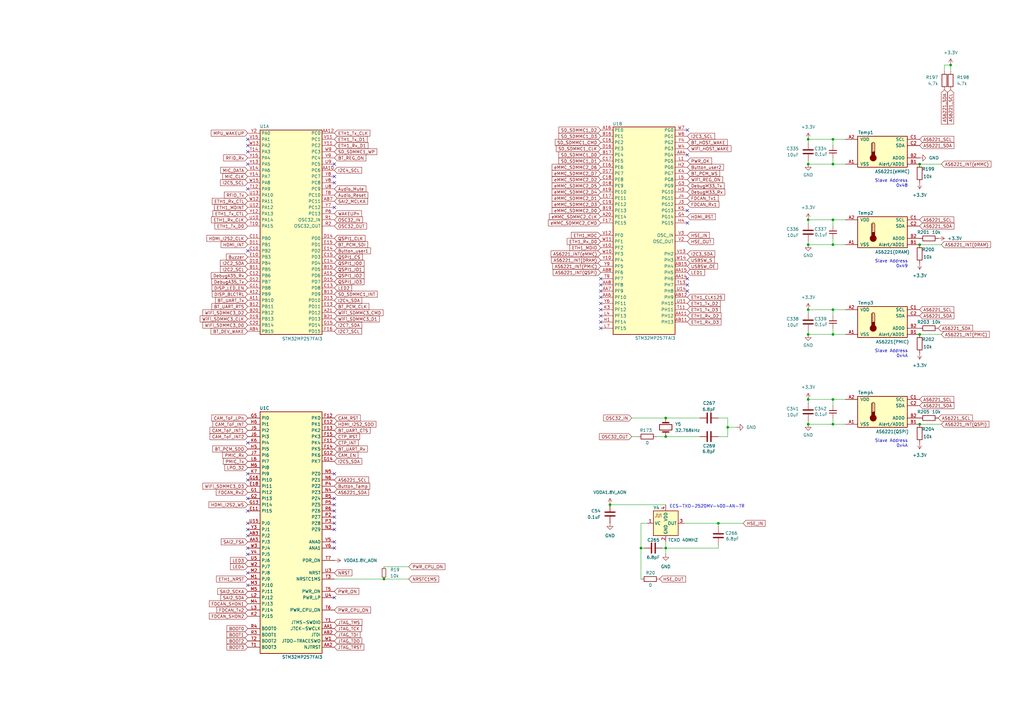
<source format=kicad_sch>
(kicad_sch (version 20250114) (generator "eeschema") (generator_version "9.0")
  (paper "A3")
  (title_block (title "STM32MP257 I/Os") (date "2025-01-21") (rev "1.0") (company "Robotics"))
  (text "Slave Address\n0x48" (at 372.364 76.962 0) (effects (font (size 1.27 1.27)) (justify right bottom)))
  (text "Slave Address\n0x4A" (at 372.364 183.642 0) (effects (font (size 1.27 1.27)) (justify right bottom)))
  (text "Slave Address\n0x49" (at 372.364 109.982 0) (effects (font (size 1.27 1.27)) (justify right bottom)))
  (text "ECS-TXO-2520MV-400-AN-TR" (at 274.574 207.772 0) (effects (font (size 1.27 1.27)) (justify left)))
  (text "Slave Address\n0x4A" (at 372.364 146.812 0) (effects (font (size 1.27 1.27)) (justify right bottom)))
  (junction (at 273.05 224.79))
  (junction (at 331.47 67.31))
  (junction (at 331.47 90.17))
  (junction (at 273.05 179.07))
  (junction (at 331.47 127))
  (junction (at 377.19 137.16))
  (junction (at 389.89 26.67))
  (junction (at 331.47 163.83))
  (junction (at 294.64 214.63))
  (junction (at 262.89 224.79))
  (junction (at 273.05 171.45))
  (junction (at 377.19 67.31))
  (junction (at 157.48 237.49))
  (junction (at 331.47 57.15))
  (junction (at 331.47 100.33))
  (junction (at 331.47 137.16))
  (junction (at 377.19 100.33))
  (junction (at 331.47 173.99))
  (junction (at 377.19 173.99))
  (junction (at 341.63 163.83))
  (junction (at 341.63 137.16))
  (junction (at 341.63 173.99))
  (junction (at 341.63 67.31))
  (junction (at 341.63 57.15))
  (junction (at 341.63 100.33))
  (junction (at 250.19 207.01))
  (junction (at 298.45 175.26))
  (junction (at 341.63 127))
  (junction (at 341.63 90.17))
  (no_connect (at 137.16 207.01))
  (no_connect (at 246.38 124.46))
  (no_connect (at 101.6 209.55))
  (no_connect (at 246.38 127))
  (no_connect (at 137.16 194.31))
  (no_connect (at 101.6 240.03))
  (no_connect (at 246.38 114.3))
  (no_connect (at 137.16 204.47))
  (no_connect (at 137.16 67.31))
  (no_connect (at 246.38 129.54))
  (no_connect (at 101.6 62.23))
  (no_connect (at 101.6 59.69))
  (no_connect (at 281.94 63.5))
  (no_connect (at 101.6 196.85))
  (no_connect (at 281.94 53.34))
  (no_connect (at 137.16 214.63))
  (no_connect (at 101.6 57.15))
  (no_connect (at 101.6 77.47))
  (no_connect (at 101.6 102.87))
  (no_connect (at 137.16 222.25))
  (no_connect (at 137.16 209.55))
  (no_connect (at 281.94 119.38))
  (no_connect (at 137.16 74.93))
  (no_connect (at 137.16 245.11))
  (no_connect (at 246.38 119.38))
  (no_connect (at 101.6 194.31))
  (no_connect (at 101.6 227.33))
  (no_connect (at 137.16 85.09))
  (no_connect (at 101.6 217.17))
  (no_connect (at 137.16 212.09))
  (no_connect (at 101.6 214.63))
  (no_connect (at 281.94 86.36))
  (no_connect (at 246.38 132.08))
  (no_connect (at 101.6 181.61))
  (no_connect (at 101.6 67.31))
  (no_connect (at 246.38 116.84))
  (no_connect (at 137.16 72.39))
  (no_connect (at 246.38 134.62))
  (no_connect (at 101.6 204.47))
  (no_connect (at 281.94 116.84))
  (no_connect (at 246.38 121.92))
  (no_connect (at 101.6 234.95))
  (no_connect (at 137.16 224.79))
  (no_connect (at 281.94 91.44))
  (no_connect (at 101.6 219.71))
  (no_connect (at 137.16 217.17))
  (no_connect (at 281.94 114.3))
  (no_connect (at 101.6 224.79))
  (wire (pts (xy 262.89 224.79) (xy 264.16 224.79)))
  (wire (pts (xy 386.08 173.99) (xy 377.19 173.99)))
  (wire (pts (xy 273.05 171.45) (xy 287.02 171.45)))
  (wire (pts (xy 341.63 173.99) (xy 341.63 171.45)))
  (wire (pts (xy 331.47 163.83) (xy 341.63 163.83)))
  (wire (pts (xy 331.47 99.06) (xy 331.47 100.33)))
  (wire (pts (xy 331.47 67.31) (xy 341.63 67.31)))
  (wire (pts (xy 331.47 57.15) (xy 341.63 57.15)))
  (wire (pts (xy 271.78 224.79) (xy 273.05 224.79)))
  (wire (pts (xy 341.63 137.16) (xy 346.71 137.16)))
  (wire (pts (xy 294.64 215.9) (xy 294.64 214.63)))
  (wire (pts (xy 262.89 214.63) (xy 262.89 224.79)))
  (wire (pts (xy 341.63 137.16) (xy 341.63 134.62)))
  (wire (pts (xy 167.64 232.41) (xy 157.48 232.41)))
  (wire (pts (xy 341.63 90.17) (xy 346.71 90.17)))
  (wire (pts (xy 341.63 166.37) (xy 341.63 163.83)))
  (wire (pts (xy 341.63 127) (xy 346.71 127)))
  (wire (pts (xy 341.63 173.99) (xy 346.71 173.99)))
  (wire (pts (xy 262.89 214.63) (xy 265.43 214.63)))
  (wire (pts (xy 298.45 179.07) (xy 298.45 175.26)))
  (wire (pts (xy 341.63 129.54) (xy 341.63 127)))
  (wire (pts (xy 341.63 67.31) (xy 341.63 64.77)))
  (wire (pts (xy 331.47 137.16) (xy 341.63 137.16)))
  (wire (pts (xy 331.47 165.1) (xy 331.47 163.83)))
  (wire (pts (xy 331.47 172.72) (xy 331.47 173.99)))
  (wire (pts (xy 273.05 227.33) (xy 273.05 224.79)))
  (wire (pts (xy 341.63 100.33) (xy 341.63 97.79)))
  (wire (pts (xy 341.63 67.31) (xy 346.71 67.31)))
  (wire (pts (xy 341.63 92.71) (xy 341.63 90.17)))
  (wire (pts (xy 250.19 207.01) (xy 273.05 207.01)))
  (wire (pts (xy 294.64 179.07) (xy 298.45 179.07)))
  (wire (pts (xy 331.47 66.04) (xy 331.47 67.31)))
  (wire (pts (xy 273.05 224.79) (xy 273.05 222.25)))
  (wire (pts (xy 389.89 26.67) (xy 389.89 29.21)))
  (wire (pts (xy 167.64 237.49) (xy 157.48 237.49)))
  (wire (pts (xy 157.48 237.49) (xy 137.16 237.49)))
  (wire (pts (xy 331.47 135.89) (xy 331.47 137.16)))
  (wire (pts (xy 273.05 179.07) (xy 287.02 179.07)))
  (wire (pts (xy 331.47 90.17) (xy 341.63 90.17)))
  (wire (pts (xy 387.35 29.21) (xy 387.35 26.67)))
  (wire (pts (xy 341.63 59.69) (xy 341.63 57.15)))
  (wire (pts (xy 262.89 224.79) (xy 262.89 237.49)))
  (wire (pts (xy 298.45 175.26) (xy 302.26 175.26)))
  (wire (pts (xy 298.45 171.45) (xy 298.45 175.26)))
  (wire (pts (xy 386.08 67.31) (xy 377.19 67.31)))
  (wire (pts (xy 386.08 137.16) (xy 377.19 137.16)))
  (wire (pts (xy 331.47 100.33) (xy 341.63 100.33)))
  (wire (pts (xy 341.63 57.15) (xy 346.71 57.15)))
  (wire (pts (xy 269.24 179.07) (xy 273.05 179.07)))
  (wire (pts (xy 341.63 100.33) (xy 346.71 100.33)))
  (wire (pts (xy 294.64 171.45) (xy 298.45 171.45)))
  (wire (pts (xy 386.08 100.33) (xy 377.19 100.33)))
  (wire (pts (xy 331.47 127) (xy 341.63 127)))
  (wire (pts (xy 331.47 91.44) (xy 331.47 90.17)))
  (wire (pts (xy 294.64 224.79) (xy 273.05 224.79)))
  (wire (pts (xy 294.64 223.52) (xy 294.64 224.79)))
  (wire (pts (xy 331.47 58.42) (xy 331.47 57.15)))
  (wire (pts (xy 341.63 163.83) (xy 346.71 163.83)))
  (wire (pts (xy 259.08 171.45) (xy 273.05 171.45)))
  (wire (pts (xy 280.67 214.63) (xy 294.64 214.63)))
  (wire (pts (xy 331.47 173.99) (xy 341.63 173.99)))
  (wire (pts (xy 331.47 128.27) (xy 331.47 127)))
  (wire (pts (xy 294.64 214.63) (xy 304.8 214.63)))
  (wire (pts (xy 387.35 26.67) (xy 389.89 26.67)))
  (wire (pts (xy 261.62 179.07) (xy 259.08 179.07)))
  (global_label "LED3" (shape input) (at 101.6 229.87 180) (property "Intersheetrefs" "${INTERSHEET_REFS}" (effects (hide yes))))
  (global_label "HDMI_I2S2_WS" (shape input) (at 101.6 207.01 180) (property "Intersheetrefs" "${INTERSHEET_REFS}" (effects (hide yes))))
  (global_label "WiFi_SDMMC3_CMD" (shape input) (at 137.16 128.27 0) (property "Intersheetrefs" "${INTERSHEET_REFS}" (effects (hide yes))))
  (global_label "I2C4_SCL" (shape input) (at 137.16 69.85 0) (property "Intersheetrefs" "${INTERSHEET_REFS}" (effects (hide yes))))
  (global_label "WiFi_SDMMC3_D0" (shape input) (at 101.6 133.35 180) (property "Intersheetrefs" "${INTERSHEET_REFS}" (effects (hide yes))))
  (global_label "DebugM33_Tx" (shape input) (at 281.94 76.2 0) (property "Intersheetrefs" "${INTERSHEET_REFS}" (effects (hide yes))))
  (global_label "ETH1_Tx_D3" (shape input) (at 281.94 127 0) (property "Intersheetrefs" "${INTERSHEET_REFS}" (effects (hide yes))))
  (global_label "RFID_Tx" (shape input) (at 101.6 80.01 180) (property "Intersheetrefs" "${INTERSHEET_REFS}" (effects (hide yes))))
  (global_label "FDCAN_SHDN1" (shape input) (at 101.6 247.65 180) (property "Intersheetrefs" "${INTERSHEET_REFS}" (effects (hide yes))))
  (global_label "CAM_RST" (shape input) (at 137.16 171.45 0) (property "Intersheetrefs" "${INTERSHEET_REFS}" (effects (hide yes))))
  (global_label "FDCAN_Tx2" (shape input) (at 101.6 250.19 180) (property "Intersheetrefs" "${INTERSHEET_REFS}" (effects (hide yes))))
  (global_label "AS6221_SDA" (shape input) (at 137.16 201.93 0) (property "Intersheetrefs" "${INTERSHEET_REFS}" (effects (hide yes))))
  (global_label "BT_UART_CTS" (shape input) (at 137.16 176.53 0) (property "Intersheetrefs" "${INTERSHEET_REFS}" (effects (hide yes))))
  (global_label "AS6221_INT(PMIC)" (shape input) (at 246.38 109.22 180) (property "Intersheetrefs" "${INTERSHEET_REFS}" (effects (hide yes))))
  (global_label "eMMC_SDMMC2_CLK" (shape input) (at 246.38 88.9 180) (property "Intersheetrefs" "${INTERSHEET_REFS}" (effects (hide yes))))
  (global_label "CTP_INT" (shape input) (at 137.16 181.61 0) (property "Intersheetrefs" "${INTERSHEET_REFS}" (effects (hide yes))))
  (global_label "SD_SDMMC1_CLK" (shape input) (at 246.38 60.96 180) (property "Intersheetrefs" "${INTERSHEET_REFS}" (effects (hide yes))))
  (global_label "OSC32_IN" (shape input) (at 259.08 171.45 180) (property "Intersheetrefs" "${INTERSHEET_REFS}" (effects (hide yes))))
  (global_label "DebugM33_Rx" (shape input) (at 281.94 78.74 0) (property "Intersheetrefs" "${INTERSHEET_REFS}" (effects (hide yes))))
  (global_label "CAM_ToF_INT" (shape input) (at 101.6 173.99 180) (property "Intersheetrefs" "${INTERSHEET_REFS}" (effects (hide yes))))
  (global_label "Audio_Mute" (shape input) (at 137.16 77.47 0) (property "Intersheetrefs" "${INTERSHEET_REFS}" (effects (hide yes))))
  (global_label "LED1" (shape input) (at 281.94 111.76 0) (property "Intersheetrefs" "${INTERSHEET_REFS}" (effects (hide yes))))
  (global_label "I2C3_SDA" (shape input) (at 281.94 104.14 0) (property "Intersheetrefs" "${INTERSHEET_REFS}" (effects (hide yes))))
  (global_label "ETH1_MDIO" (shape input) (at 246.38 101.6 180) (property "Intersheetrefs" "${INTERSHEET_REFS}" (effects (hide yes))))
  (global_label "OSC32_IN" (shape input) (at 137.16 90.17 0) (property "Intersheetrefs" "${INTERSHEET_REFS}" (effects (hide yes))))
  (global_label "AS6221_INT(eMMC)" (shape input) (at 386.08 67.31 0) (property "Intersheetrefs" "${INTERSHEET_REFS}" (effects (hide yes))))
  (global_label "JTAG_TDO" (shape input) (at 137.16 262.89 0) (property "Intersheetrefs" "${INTERSHEET_REFS}" (effects (hide yes))))
  (global_label "DISP_LED_EN" (shape input) (at 101.6 118.11 180) (property "Intersheetrefs" "${INTERSHEET_REFS}" (effects (hide yes))))
  (global_label "DebugA35_Tx" (shape input) (at 101.6 115.57 180) (property "Intersheetrefs" "${INTERSHEET_REFS}" (effects (hide yes))))
  (global_label "LPO_32" (shape input) (at 101.6 191.77 180) (property "Intersheetrefs" "${INTERSHEET_REFS}" (effects (hide yes))))
  (global_label "I2C2_SCL" (shape input) (at 101.6 110.49 180) (property "Intersheetrefs" "${INTERSHEET_REFS}" (effects (hide yes))))
  (global_label "MPU_WAKEUP" (shape input) (at 101.6 54.61 180) (property "Intersheetrefs" "${INTERSHEET_REFS}" (effects (hide yes))))
  (global_label "AS6221_SCL" (shape input) (at 377.19 90.17 0) (property "Intersheetrefs" "${INTERSHEET_REFS}" (effects (hide yes))))
  (global_label "ETH1_Tx_D1" (shape input) (at 137.16 57.15 0) (property "Intersheetrefs" "${INTERSHEET_REFS}" (effects (hide yes))))
  (global_label "SD_SDMMC1_INT" (shape input) (at 137.16 120.65 0) (property "Intersheetrefs" "${INTERSHEET_REFS}" (effects (hide yes))))
  (global_label "QSPI1_IO0" (shape input) (at 137.16 107.95 0) (effects (font (thickness 0.1588))) (property "Intersheetrefs" "${INTERSHEET_REFS}" (effects (hide yes))))
  (global_label "ETH1_Rx_CTL" (shape input) (at 101.6 82.55 180) (property "Intersheetrefs" "${INTERSHEET_REFS}" (effects (hide yes))))
  (global_label "USBSW_S" (shape input) (at 281.94 106.68 0) (property "Intersheetrefs" "${INTERSHEET_REFS}" (effects (hide yes))))
  (global_label "Button_user2" (shape input) (at 281.94 68.58 0) (property "Intersheetrefs" "${INTERSHEET_REFS}" (effects (hide yes))))
  (global_label "SD_SDMMC1_CMD" (shape input) (at 246.38 58.42 180) (property "Intersheetrefs" "${INTERSHEET_REFS}" (effects (hide yes))))
  (global_label "PWR_CPU_ON" (shape input) (at 167.64 232.41 0) (property "Intersheetrefs" "${INTERSHEET_REFS}" (effects (hide yes))))
  (global_label "WiFi_HOST_WAKE" (shape input) (at 281.94 60.96 0) (property "Intersheetrefs" "${INTERSHEET_REFS}" (effects (hide yes))))
  (global_label "AS6221_SDA" (shape input) (at 377.19 166.37 0) (property "Intersheetrefs" "${INTERSHEET_REFS}" (effects (hide yes))))
  (global_label "BT_PCM_SDO" (shape input) (at 101.6 184.15 180) (property "Intersheetrefs" "${INTERSHEET_REFS}" (effects (hide yes))))
  (global_label "CTP_RST" (shape input) (at 137.16 179.07 0) (property "Intersheetrefs" "${INTERSHEET_REFS}" (effects (hide yes))))
  (global_label "WAKEUPn" (shape input) (at 137.16 87.63 0) (property "Intersheetrefs" "${INTERSHEET_REFS}" (effects (hide yes))))
  (global_label "AS6221_INT(QSPI)" (shape input) (at 386.08 173.99 0) (property "Intersheetrefs" "${INTERSHEET_REFS}" (effects (hide yes))))
  (global_label "ETH1_MDINT" (shape input) (at 101.6 85.09 180) (property "Intersheetrefs" "${INTERSHEET_REFS}" (effects (hide yes))))
  (global_label "AS6221_INT(QSPI)" (shape input) (at 246.38 111.76 180) (property "Intersheetrefs" "${INTERSHEET_REFS}" (effects (hide yes))))
  (global_label "eMMC_SDMMC2_D0" (shape input) (at 246.38 86.36 180) (property "Intersheetrefs" "${INTERSHEET_REFS}" (effects (hide yes))))
  (global_label "QSPI1_CLK" (shape input) (at 137.16 97.79 0) (effects (font (thickness 0.1588))) (property "Intersheetrefs" "${INTERSHEET_REFS}" (effects (hide yes))))
  (global_label "AS6221_SDA" (shape input) (at 377.19 92.71 0) (property "Intersheetrefs" "${INTERSHEET_REFS}" (effects (hide yes))))
  (global_label "BT_DEV_WAKE" (shape input) (at 101.6 135.89 180) (property "Intersheetrefs" "${INTERSHEET_REFS}" (effects (hide yes))))
  (global_label "WiFi_SDMMC3_D2" (shape input) (at 101.6 128.27 180) (property "Intersheetrefs" "${INTERSHEET_REFS}" (effects (hide yes))))
  (global_label "I2C5_SDA" (shape input) (at 137.16 189.23 0) (property "Intersheetrefs" "${INTERSHEET_REFS}" (effects (hide yes))))
  (global_label "NRSTC1MS" (shape input) (at 167.64 237.49 0) (property "Intersheetrefs" "${INTERSHEET_REFS}" (effects (hide yes))))
  (global_label "MIC_DATA" (shape input) (at 101.6 69.85 180) (property "Intersheetrefs" "${INTERSHEET_REFS}" (effects (hide yes))))
  (global_label "AS6221_INT(DRAM)" (shape input) (at 246.38 106.68 180) (property "Intersheetrefs" "${INTERSHEET_REFS}" (effects (hide yes))))
  (global_label "BT_UART_Tx" (shape input) (at 101.6 123.19 180) (property "Intersheetrefs" "${INTERSHEET_REFS}" (effects (hide yes))))
  (global_label "BOOT2" (shape input) (at 101.6 262.89 180) (property "Intersheetrefs" "${INTERSHEET_REFS}" (effects (hide yes))))
  (global_label "BOOT1" (shape input) (at 101.6 260.35 180) (property "Intersheetrefs" "${INTERSHEET_REFS}" (effects (hide yes))))
  (global_label "WiFi_REG_ON" (shape input) (at 281.94 73.66 0) (property "Intersheetrefs" "${INTERSHEET_REFS}" (effects (hide yes))))
  (global_label "SAI2_MCLKA" (shape input) (at 137.16 82.55 0) (property "Intersheetrefs" "${INTERSHEET_REFS}" (effects (hide yes))))
  (global_label "SD_SDMMC1_D1" (shape input) (at 246.38 66.04 180) (property "Intersheetrefs" "${INTERSHEET_REFS}" (effects (hide yes))))
  (global_label "WiFi_SDMMC3_CLK" (shape input) (at 101.6 130.81 180) (property "Intersheetrefs" "${INTERSHEET_REFS}" (effects (hide yes))))
  (global_label "I2C4_SDA" (shape input) (at 137.16 123.19 0) (property "Intersheetrefs" "${INTERSHEET_REFS}" (effects (hide yes))))
  (global_label "JTAG_TMS" (shape input) (at 137.16 255.27 0) (property "Intersheetrefs" "${INTERSHEET_REFS}" (effects (hide yes))))
  (global_label "PMIC_Tx" (shape input) (at 101.6 189.23 180) (property "Intersheetrefs" "${INTERSHEET_REFS}" (effects (hide yes))))
  (global_label "USBSW_OE" (shape input) (at 281.94 109.22 0) (property "Intersheetrefs" "${INTERSHEET_REFS}" (effects (hide yes))))
  (global_label "BT_UART_RTS" (shape input) (at 101.6 125.73 180) (property "Intersheetrefs" "${INTERSHEET_REFS}" (effects (hide yes))))
  (global_label "ETH1_Rx_D0" (shape input) (at 246.38 99.06 180) (property "Intersheetrefs" "${INTERSHEET_REFS}" (effects (hide yes))))
  (global_label "ETH1_Tx_D2" (shape input) (at 281.94 124.46 0) (property "Intersheetrefs" "${INTERSHEET_REFS}" (effects (hide yes))))
  (global_label "DebugA35_Rx" (shape input) (at 101.6 113.03 180) (property "Intersheetrefs" "${INTERSHEET_REFS}" (effects (hide yes))))
  (global_label "ETH1_Tx_CTL" (shape input) (at 101.6 87.63 180) (property "Intersheetrefs" "${INTERSHEET_REFS}" (effects (hide yes))))
  (global_label "ETH1_MDC" (shape input) (at 246.38 96.52 180) (property "Intersheetrefs" "${INTERSHEET_REFS}" (effects (hide yes))))
  (global_label "AS6221_SCL" (shape input) (at 384.81 171.45 0) (property "Intersheetrefs" "${INTERSHEET_REFS}" (effects (hide yes))))
  (global_label "NRST" (shape input) (at 137.16 234.95 0) (effects (font (thickness 0.1588))) (property "Intersheetrefs" "${INTERSHEET_REFS}" (effects (hide yes))))
  (global_label "I2C7_SCL" (shape input) (at 137.16 135.89 0) (property "Intersheetrefs" "${INTERSHEET_REFS}" (effects (hide yes))))
  (global_label "Buzzer" (shape input) (at 101.6 105.41 180) (property "Intersheetrefs" "${INTERSHEET_REFS}" (effects (hide yes))))
  (global_label "CAM_ToF_INT2" (shape input) (at 101.6 179.07 180) (property "Intersheetrefs" "${INTERSHEET_REFS}" (effects (hide yes))))
  (global_label "CAM_ToF_LPn" (shape input) (at 101.6 171.45 180) (property "Intersheetrefs" "${INTERSHEET_REFS}" (effects (hide yes))))
  (global_label "AS6221_SDA" (shape input) (at 377.19 59.69 0) (property "Intersheetrefs" "${INTERSHEET_REFS}" (effects (hide yes))))
  (global_label "AS6221_INT(DRAM)" (shape input) (at 386.08 100.33 0) (property "Intersheetrefs" "${INTERSHEET_REFS}" (effects (hide yes))))
  (global_label "AS6221_SDA" (shape input) (at 384.81 134.62 0) (property "Intersheetrefs" "${INTERSHEET_REFS}" (effects (hide yes))))
  (global_label "FDCAN_Rx1" (shape input) (at 281.94 83.82 0) (property "Intersheetrefs" "${INTERSHEET_REFS}" (effects (hide yes))))
  (global_label "JTAG_TCK" (shape input) (at 137.16 257.81 0) (property "Intersheetrefs" "${INTERSHEET_REFS}" (effects (hide yes))))
  (global_label "OSC32_OUT" (shape input) (at 137.16 92.71 0) (property "Intersheetrefs" "${INTERSHEET_REFS}" (effects (hide yes))))
  (global_label "DISP_BLCTRL" (shape input) (at 101.6 120.65 180) (property "Intersheetrefs" "${INTERSHEET_REFS}" (effects (hide yes))))
  (global_label "AS6221_SCL" (shape input) (at 389.89 36.83 270) (property "Intersheetrefs" "${INTERSHEET_REFS}" (effects (hide yes))))
  (global_label "eMMC_SDMMC2_D1" (shape input) (at 246.38 81.28 180) (property "Intersheetrefs" "${INTERSHEET_REFS}" (effects (hide yes))))
  (global_label "eMMC_SDMMC2_D3" (shape input) (at 246.38 83.82 180) (property "Intersheetrefs" "${INTERSHEET_REFS}" (effects (hide yes))))
  (global_label "FDCAN_Rx2" (shape input) (at 101.6 201.93 180) (property "Intersheetrefs" "${INTERSHEET_REFS}" (effects (hide yes))))
  (global_label "AS6221_INT(eMMC)" (shape input) (at 246.38 104.14 180) (property "Intersheetrefs" "${INTERSHEET_REFS}" (effects (hide yes))))
  (global_label "ETH1_Tx_D0" (shape input) (at 101.6 92.71 180) (property "Intersheetrefs" "${INTERSHEET_REFS}" (effects (hide yes))))
  (global_label "OSC32_OUT" (shape input) (at 259.08 179.07 180) (property "Intersheetrefs" "${INTERSHEET_REFS}" (effects (hide yes))))
  (global_label "BOOT0" (shape input) (at 101.6 257.81 180) (property "Intersheetrefs" "${INTERSHEET_REFS}" (effects (hide yes))))
  (global_label "I2C2_SDA" (shape input) (at 101.6 107.95 180) (property "Intersheetrefs" "${INTERSHEET_REFS}" (effects (hide yes))))
  (global_label "BT_PCM_CLK" (shape input) (at 137.16 125.73 0) (property "Intersheetrefs" "${INTERSHEET_REFS}" (effects (hide yes))))
  (global_label "AS6221_SDA" (shape input) (at 387.35 36.83 270) (property "Intersheetrefs" "${INTERSHEET_REFS}" (effects (hide yes))))
  (global_label "BT_PCM_SDI" (shape input) (at 137.16 100.33 0) (property "Intersheetrefs" "${INTERSHEET_REFS}" (effects (hide yes))))
  (global_label "ETH1_Rx_D1" (shape input) (at 137.16 59.69 0) (property "Intersheetrefs" "${INTERSHEET_REFS}" (effects (hide yes))))
  (global_label "SD_SDMMC1_D0" (shape input) (at 246.38 63.5 180) (property "Intersheetrefs" "${INTERSHEET_REFS}" (effects (hide yes))))
  (global_label "FDCAN_Tx1" (shape input) (at 281.94 81.28 0) (property "Intersheetrefs" "${INTERSHEET_REFS}" (effects (hide yes))))
  (global_label "PWR_CPU_ON" (shape input) (at 137.16 250.19 0) (property "Intersheetrefs" "${INTERSHEET_REFS}" (effects (hide yes))))
  (global_label "SD_SDMMC1_D3" (shape input) (at 246.38 55.88 180) (property "Intersheetrefs" "${INTERSHEET_REFS}" (effects (hide yes))))
  (global_label "PWR_OK" (shape input) (at 281.94 66.04 0) (property "Intersheetrefs" "${INTERSHEET_REFS}" (effects (hide yes))))
  (global_label "PMIC_Rx" (shape input) (at 101.6 186.69 180) (property "Intersheetrefs" "${INTERSHEET_REFS}" (effects (hide yes))))
  (global_label "JTAG_TDI" (shape input) (at 137.16 260.35 0) (property "Intersheetrefs" "${INTERSHEET_REFS}" (effects (hide yes))))
  (global_label "ETH1_Rx_D3" (shape input) (at 281.94 132.08 0) (property "Intersheetrefs" "${INTERSHEET_REFS}" (effects (hide yes))))
  (global_label "PWR_ON" (shape input) (at 137.16 242.57 0) (property "Intersheetrefs" "${INTERSHEET_REFS}" (effects (hide yes))))
  (global_label "AS6221_SDA" (shape input) (at 377.19 129.54 0) (property "Intersheetrefs" "${INTERSHEET_REFS}" (effects (hide yes))))
  (global_label "SAI2_FSA" (shape input) (at 101.6 222.25 180) (property "Intersheetrefs" "${INTERSHEET_REFS}" (effects (hide yes))))
  (global_label "WiFi_SDMMC3_D1" (shape input) (at 137.16 130.81 0) (property "Intersheetrefs" "${INTERSHEET_REFS}" (effects (hide yes))))
  (global_label "HDMI_RST" (shape input) (at 281.94 88.9 0) (property "Intersheetrefs" "${INTERSHEET_REFS}" (effects (hide yes))))
  (global_label "AS6221_SCL" (shape input) (at 377.19 127 0) (property "Intersheetrefs" "${INTERSHEET_REFS}" (effects (hide yes))))
  (global_label "eMMC_SDMMC2_D6" (shape input) (at 246.38 68.58 180) (property "Intersheetrefs" "${INTERSHEET_REFS}" (effects (hide yes))))
  (global_label "ETH1_Tx_CLK" (shape input) (at 137.16 54.61 0) (property "Intersheetrefs" "${INTERSHEET_REFS}" (effects (hide yes))))
  (global_label "AS6221_SCL" (shape input) (at 137.16 196.85 0) (property "Intersheetrefs" "${INTERSHEET_REFS}" (effects (hide yes))))
  (global_label "LED4" (shape input) (at 101.6 232.41 180) (property "Intersheetrefs" "${INTERSHEET_REFS}" (effects (hide yes))))
  (global_label "FDCAN_SHDN2" (shape input) (at 101.6 252.73 180) (property "Intersheetrefs" "${INTERSHEET_REFS}" (effects (hide yes))))
  (global_label "HSE_IN" (shape input) (at 304.8 214.63 0) (property "Intersheetrefs" "${INTERSHEET_REFS}" (effects (hide yes))))
  (global_label "I2C5_SCL" (shape input) (at 101.6 74.93 180) (property "Intersheetrefs" "${INTERSHEET_REFS}" (effects (hide yes))))
  (global_label "eMMC_SDMMC2_D4" (shape input) (at 246.38 78.74 180) (property "Intersheetrefs" "${INTERSHEET_REFS}" (effects (hide yes))))
  (global_label "HSE_IN" (shape input) (at 281.94 96.52 0) (property "Intersheetrefs" "${INTERSHEET_REFS}" (effects (hide yes))))
  (global_label "RFID_Rx" (shape input) (at 101.6 64.77 180) (property "Intersheetrefs" "${INTERSHEET_REFS}" (effects (hide yes))))
  (global_label "eMMC_SDMMC2_CMD" (shape input) (at 246.38 91.44 180) (property "Intersheetrefs" "${INTERSHEET_REFS}" (effects (hide yes))))
  (global_label "BT_HOST_WAKE" (shape input) (at 281.94 58.42 0) (property "Intersheetrefs" "${INTERSHEET_REFS}" (effects (hide yes))))
  (global_label "QSPI1_IO3" (shape input) (at 137.16 115.57 0) (effects (font (thickness 0.1588))) (property "Intersheetrefs" "${INTERSHEET_REFS}" (effects (hide yes))))
  (global_label "Audio_Reset" (shape input) (at 137.16 80.01 0) (property "Intersheetrefs" "${INTERSHEET_REFS}" (effects (hide yes))))
  (global_label "CAM_EN" (shape input) (at 137.16 186.69 0) (property "Intersheetrefs" "${INTERSHEET_REFS}" (effects (hide yes))))
  (global_label "QSPI1_CS" (shape input) (at 137.16 105.41 0) (effects (font (thickness 0.1588))) (property "Intersheetrefs" "${INTERSHEET_REFS}" (effects (hide yes))))
  (global_label "AS6221_INT(PMIC)" (shape input) (at 386.08 137.16 0) (property "Intersheetrefs" "${INTERSHEET_REFS}" (effects (hide yes))))
  (global_label "SD_SDMMC1_D2" (shape input) (at 246.38 53.34 180) (property "Intersheetrefs" "${INTERSHEET_REFS}" (effects (hide yes))))
  (global_label "SD_SDMMC1_WP" (shape input) (at 137.16 62.23 0) (property "Intersheetrefs" "${INTERSHEET_REFS}" (effects (hide yes))))
  (global_label "JTAG_TRST" (shape input) (at 137.16 265.43 0) (property "Intersheetrefs" "${INTERSHEET_REFS}" (effects (hide yes))))
  (global_label "HDMI_I2S2_SDO" (shape input) (at 137.16 173.99 0) (property "Intersheetrefs" "${INTERSHEET_REFS}" (effects (hide yes))))
  (global_label "I2C3_SCL" (shape input) (at 281.94 55.88 0) (property "Intersheetrefs" "${INTERSHEET_REFS}" (effects (hide yes))))
  (global_label "SAI2_SCKA" (shape input) (at 101.6 242.57 180) (property "Intersheetrefs" "${INTERSHEET_REFS}" (effects (hide yes))))
  (global_label "WiFi_SDMMC3_D3" (shape input) (at 101.6 199.39 180) (property "Intersheetrefs" "${INTERSHEET_REFS}" (effects (hide yes))))
  (global_label "eMMC_SDMMC2_D2" (shape input) (at 246.38 73.66 180) (property "Intersheetrefs" "${INTERSHEET_REFS}" (effects (hide yes))))
  (global_label "eMMC_SDMMC2_D5" (shape input) (at 246.38 76.2 180) (property "Intersheetrefs" "${INTERSHEET_REFS}" (effects (hide yes))))
  (global_label "HSE_OUT" (shape input) (at 270.51 237.49 0) (property "Intersheetrefs" "${INTERSHEET_REFS}" (effects (hide yes))))
  (global_label "eMMC_SDMMC2_D7" (shape input) (at 246.38 71.12 180) (property "Intersheetrefs" "${INTERSHEET_REFS}" (effects (hide yes))))
  (global_label "Button_Tamp" (shape input) (at 137.16 199.39 0) (property "Intersheetrefs" "${INTERSHEET_REFS}" (effects (hide yes))))
  (global_label "HDMI_INT" (shape input) (at 101.6 100.33 180) (property "Intersheetrefs" "${INTERSHEET_REFS}" (effects (hide yes))))
  (global_label "BOOT3" (shape input) (at 101.6 265.43 180) (property "Intersheetrefs" "${INTERSHEET_REFS}" (effects (hide yes))))
  (global_label "I2C7_SDA" (shape input) (at 137.16 133.35 0) (property "Intersheetrefs" "${INTERSHEET_REFS}" (effects (hide yes))))
  (global_label "HDMI_I2S2_CLK" (shape input) (at 101.6 97.79 180) (property "Intersheetrefs" "${INTERSHEET_REFS}" (effects (hide yes))))
  (global_label "ETH1_Rx_CLK" (shape input) (at 101.6 90.17 180) (property "Intersheetrefs" "${INTERSHEET_REFS}" (effects (hide yes))))
  (global_label "ETH1_CLK125" (shape input) (at 281.94 121.92 0) (property "Intersheetrefs" "${INTERSHEET_REFS}" (effects (hide yes))))
  (global_label "ETH1_Rx_D2" (shape input) (at 281.94 129.54 0) (property "Intersheetrefs" "${INTERSHEET_REFS}" (effects (hide yes))))
  (global_label "MIC_CLK" (shape input) (at 101.6 72.39 180) (property "Intersheetrefs" "${INTERSHEET_REFS}" (effects (hide yes))))
  (global_label "AS6221_SCL" (shape input) (at 377.19 163.83 0) (property "Intersheetrefs" "${INTERSHEET_REFS}" (effects (hide yes))))
  (global_label "QSPI1_IO2" (shape input) (at 137.16 113.03 0) (effects (font (thickness 0.1588))) (property "Intersheetrefs" "${INTERSHEET_REFS}" (effects (hide yes))))
  (global_label "BT_UART_Rx" (shape input) (at 137.16 184.15 0) (property "Intersheetrefs" "${INTERSHEET_REFS}" (effects (hide yes))))
  (global_label "Button_user1" (shape input) (at 137.16 102.87 0) (property "Intersheetrefs" "${INTERSHEET_REFS}" (effects (hide yes))))
  (global_label "BT_PCM_WS" (shape input) (at 281.94 71.12 0) (property "Intersheetrefs" "${INTERSHEET_REFS}" (effects (hide yes))))
  (global_label "HSE_OUT" (shape input) (at 281.94 99.06 0) (property "Intersheetrefs" "${INTERSHEET_REFS}" (effects (hide yes))))
  (global_label "AS6221_SCL" (shape input) (at 377.19 57.15 0) (property "Intersheetrefs" "${INTERSHEET_REFS}" (effects (hide yes))))
  (global_label "CAM_ToF_INT1" (shape input) (at 101.6 176.53 180) (property "Intersheetrefs" "${INTERSHEET_REFS}" (effects (hide yes))))
  (global_label "QSPI1_IO1" (shape input) (at 137.16 110.49 0) (effects (font (thickness 0.1588))) (property "Intersheetrefs" "${INTERSHEET_REFS}" (effects (hide yes))))
  (global_label "SAI2_SDA" (shape input) (at 101.6 245.11 180) (property "Intersheetrefs" "${INTERSHEET_REFS}" (effects (hide yes))))
  (global_label "LED2" (shape input) (at 137.16 118.11 0) (property "Intersheetrefs" "${INTERSHEET_REFS}" (effects (hide yes))))
  (global_label "BT_REG_ON" (shape input) (at 137.16 64.77 0) (property "Intersheetrefs" "${INTERSHEET_REFS}" (effects (hide yes))))
  (global_label "ETH1_NRST" (shape input) (at 101.6 237.49 180) (property "Intersheetrefs" "${INTERSHEET_REFS}" (effects (hide yes))))
  (symbol (lib_id "MY_MPU:STM32MP257FAI3") (at 246.38 53.34 0) (unit 2)
    (property "Reference" "U1" (at 253.238 50.8 0))
    (property "Value" "STM32MP257FAI3" (at 268.732 138.684 0))
    (property "Footprint" "PCB:BGA436C80P22X22_1800X1800X120" (effects (hide yes)))
  )
  (symbol (lib_id "power:+3.3V") (at 331.47 163.83 0) (unit 1)
    (property "Reference" "#PWR0385" (effects (hide yes)))
    (property "Value" "+3.3V" (at 331.47 158.75 0))
    (property "Description" "Power symbol creates a global label with name \"+3.3V\"" (effects (hide yes)))
  )
  (symbol (lib_id "power:+3.3V") (at 377.19 107.95 180) (unit 1)
    (property "Reference" "#PWR0550" (effects (hide yes)))
    (property "Value" "+3.3V" (at 377.19 113.03 0))
    (property "Description" "Power symbol creates a global label with name \"+3.3V\"" (effects (hide yes)))
  )
  (symbol (lib_id "Device:C") (at 331.47 168.91 0) (unit 1)
    (property "Reference" "C341" (at 327.66 167.6399 0) (effects (justify right)))
    (property "Value" "10uF" (at 327.66 170.1799 0) (effects (justify right)))
    (property "Footprint" "Capacitor_SMD:C_1206_3216Metric" (effects (hide yes)))
    (property "Description" "Unpolarized capacitor" (effects (hide yes)))
  )
  (symbol (lib_id "AS6221:AS6221") (at 361.95 168.91 0) (unit 1)
    (property "Reference" "Temp4" (at 355.092 161.036 0))
    (property "Value" "AS6221(QSPI)" (at 366.014 177.038 0))
    (property "Footprint" "Package_BGA:Texas_DSBGA-6_0.95x1.488mm_Layout2x3_P0.4mm" (effects (hide yes)))
  )
  (symbol (lib_id "nixie-cache:GND") (at 331.47 100.33 0) (unit 1)
    (property "Reference" "#PWR0548" (effects (hide yes)))
    (property "Value" "GND" (at 331.47 104.775 0))
  )
  (symbol (lib_id "nixie-cache:GND") (at 331.47 67.31 0) (unit 1)
    (property "Reference" "#PWR0542" (effects (hide yes)))
    (property "Value" "GND" (at 331.47 71.755 0))
  )
  (symbol (lib_id "Device:R") (at 377.19 177.8 0) (unit 1)
    (property "Reference" "R204" (at 380.746 176.022 0))
    (property "Value" "10k" (at 380.492 179.07 0))
    (property "Footprint" "Resistor_SMD:R_0603_1608Metric" (effects (hide yes)))
    (property "Description" "Resistor" (effects (hide yes)))
  )
  (symbol (lib_id "power:+3.3V") (at 331.47 57.15 0) (unit 1)
    (property "Reference" "#PWR0543" (effects (hide yes)))
    (property "Value" "+3.3V" (at 331.47 52.07 0))
    (property "Description" "Power symbol creates a global label with name \"+3.3V\"" (effects (hide yes)))
  )
  (symbol (lib_id "Device:C") (at 290.83 171.45 90) (mirror x) (unit 1)
    (property "Reference" "C267" (at 288.29 165.354 90) (effects (justify right)))
    (property "Value" "6.8pF" (at 288.036 167.894 90) (effects (justify right)))
    (property "Footprint" "Capacitor_SMD:C_0603_1608Metric" (effects (hide yes)))
    (property "Description" "Unpolarized capacitor" (effects (hide yes)))
  )
  (symbol (lib_id "MY_MPU:STM32MP257FAI3") (at 101.6 171.45 0) (unit 3)
    (property "Reference" "U1" (at 108.458 167.386 0))
    (property "Value" "STM32MP257FAI3" (at 123.952 269.494 0))
    (property "Footprint" "PCB:BGA436C80P22X22_1800X1800X120" (effects (hide yes)))
  )
  (symbol (lib_id "power:+3.3V") (at 331.47 90.17 0) (unit 1)
    (property "Reference" "#PWR0547" (effects (hide yes)))
    (property "Value" "+3.3V" (at 331.47 85.09 0))
    (property "Description" "Power symbol creates a global label with name \"+3.3V\"" (effects (hide yes)))
  )
  (symbol (lib_id "Device:R") (at 377.19 71.12 0) (unit 1)
    (property "Reference" "R199" (at 380.746 69.342 0))
    (property "Value" "10k" (at 380.492 72.39 0))
    (property "Footprint" "Resistor_SMD:R_0603_1608Metric" (effects (hide yes)))
    (property "Description" "Resistor" (effects (hide yes)))
  )
  (symbol (lib_id "Device:R") (at 387.35 33.02 0) (mirror x) (unit 1)
    (property "Reference" "R197" (at 384.81 31.7499 0) (effects (justify right)))
    (property "Value" "4.7k" (at 384.81 34.2899 0) (effects (justify right)))
    (property "Footprint" "Resistor_SMD:R_0603_1608Metric" (effects (hide yes)))
    (property "Description" "Resistor" (effects (hide yes)))
  )
  (symbol (lib_id "MY_MPU:STM32MP257FAI3") (at 101.6 54.61 0) (unit 1)
    (property "Reference" "U1" (at 108.458 51.816 0))
    (property "Value" "STM32MP257FAI3" (at 123.952 138.938 0))
    (property "Footprint" "PCB:BGA436C80P22X22_1800X1800X120" (effects (hide yes)))
  )
  (symbol (lib_id "Device:R") (at 377.19 140.97 0) (unit 1)
    (property "Reference" "R202" (at 380.746 139.192 0))
    (property "Value" "10k" (at 380.492 142.24 0))
    (property "Footprint" "Resistor_SMD:R_0603_1608Metric" (effects (hide yes)))
    (property "Description" "Resistor" (effects (hide yes)))
  )
  (symbol (lib_id "AS6221:AS6221") (at 361.95 95.25 0) (unit 1)
    (property "Reference" "Temp2" (at 355.092 87.376 0))
    (property "Value" "AS6221(DRAM)" (at 366.014 103.378 0))
    (property "Footprint" "Package_BGA:Texas_DSBGA-6_0.95x1.488mm_Layout2x3_P0.4mm" (effects (hide yes)))
  )
  (symbol (lib_id "Device:C") (at 267.97 224.79 90) (unit 1)
    (property "Reference" "C265" (at 265.43 221.488 90) (effects (justify right)))
    (property "Value" "6.8pF" (at 265.176 228.6 90) (effects (justify right)))
    (property "Footprint" "Capacitor_SMD:C_0603_1608Metric" (effects (hide yes)))
    (property "Description" "Unpolarized capacitor" (effects (hide yes)))
  )
  (symbol (lib_id "Device:R_Small") (at 157.48 234.95 0) (unit 1)
    (property "Reference" "R19" (at 160.02 233.6799 0) (effects (justify left)))
    (property "Value" "10k" (at 160.02 236.2199 0) (effects (justify left)))
    (property "Footprint" "Resistor_SMD:R_0603_1608Metric" (effects (hide yes)))
    (property "Description" "Resistor, small symbol" (effects (hide yes)))
  )
  (symbol (lib_id "power:+5V") (at 137.16 229.87 270) (unit 1)
    (property "Reference" "#PWR0108" (effects (hide yes)))
    (property "Value" "VDDA1.8V_AON" (at 140.97 229.8699 90) (effects (justify left)))
    (property "Description" "Power symbol creates a global label with name \"+5V\"" (effects (hide yes)))
  )
  (symbol (lib_id "power:+3.3V") (at 377.19 181.61 180) (unit 1)
    (property "Reference" "#PWR0555" (effects (hide yes)))
    (property "Value" "+3.3V" (at 377.19 186.69 0))
    (property "Description" "Power symbol creates a global label with name \"+3.3V\"" (effects (hide yes)))
  )
  (symbol (lib_id "Device:R") (at 381 97.79 90) (unit 1)
    (property "Reference" "R201" (at 378.714 95.25 90))
    (property "Value" "10k" (at 384.048 95.25 90))
    (property "Footprint" "Resistor_SMD:R_0603_1608Metric" (effects (hide yes)))
    (property "Description" "Resistor" (effects (hide yes)))
  )
  (symbol (lib_id "AS6221:AS6221") (at 361.95 132.08 0) (unit 1)
    (property "Reference" "Temp3" (at 355.092 124.206 0))
    (property "Value" "AS6221(PMIC)" (at 366.014 140.208 0))
    (property "Footprint" "Package_BGA:Texas_DSBGA-6_0.95x1.488mm_Layout2x3_P0.4mm" (effects (hide yes)))
  )
  (symbol (lib_id "Device:Crystal") (at 273.05 175.26 90) (unit 1)
    (property "Reference" "Y5" (at 276.86 173.9899 90) (effects (justify right)))
    (property "Value" "32.768kHz" (at 276.86 176.5299 90) (effects (justify right)))
    (property "Footprint" "PCB:ECX-.327-CDX-1293" (effects (hide yes)))
    (property "Description" "Two pin crystal" (effects (hide yes)))
  )
  (symbol (lib_id "Device:C") (at 250.19 210.82 0) (unit 1)
    (property "Reference" "C54" (at 246.38 209.5499 0) (effects (justify right)))
    (property "Value" "0.1uF" (at 246.38 212.0899 0) (effects (justify right)))
    (property "Footprint" "Capacitor_SMD:C_0603_1608Metric" (effects (hide yes)))
    (property "Description" "Unpolarized capacitor" (effects (hide yes)))
  )
  (symbol (lib_id "power:GND") (at 250.19 214.63 0) (unit 1)
    (property "Reference" "#PWR0110" (effects (hide yes)))
    (property "Value" "GND" (at 250.19 219.71 0))
    (property "Description" "Power symbol creates a global label with name \"GND\" , ground" (effects (hide yes)))
  )
  (symbol (lib_id "Device:C") (at 290.83 179.07 90) (unit 1)
    (property "Reference" "C269" (at 288.29 182.88 90) (effects (justify right)))
    (property "Value" "6.8pF" (at 288.036 185.166 90) (effects (justify right)))
    (property "Footprint" "Capacitor_SMD:C_0603_1608Metric" (effects (hide yes)))
    (property "Description" "Unpolarized capacitor" (effects (hide yes)))
  )
  (symbol (lib_id "power:+3.3V") (at 377.19 74.93 180) (unit 1)
    (property "Reference" "#PWR0545" (effects (hide yes)))
    (property "Value" "+3.3V" (at 377.19 80.01 0))
    (property "Description" "Power symbol creates a global label with name \"+3.3V\"" (effects (hide yes)))
  )
  (symbol (lib_id "Device:R") (at 389.89 33.02 180) (unit 1)
    (property "Reference" "R198" (at 392.43 31.7499 0) (effects (justify right)))
    (property "Value" "4.7k" (at 392.43 34.2899 0) (effects (justify right)))
    (property "Footprint" "Resistor_SMD:R_0603_1608Metric" (effects (hide yes)))
    (property "Description" "Resistor" (effects (hide yes)))
  )
  (symbol (lib_id "Device:R") (at 377.19 104.14 0) (unit 1)
    (property "Reference" "R200" (at 380.746 102.362 0))
    (property "Value" "10k" (at 380.492 105.41 0))
    (property "Footprint" "Resistor_SMD:R_0603_1608Metric" (effects (hide yes)))
    (property "Description" "Resistor" (effects (hide yes)))
  )
  (symbol (lib_id "Device:C_Small") (at 341.63 132.08 0) (mirror x) (unit 1)
    (property "Reference" "C339" (at 336.55 130.81 0))
    (property "Value" "0.1uF" (at 336.804 133.096 0))
    (property "Footprint" "Capacitor_SMD:C_0603_1608Metric" (effects (hide yes)))
    (property "Description" "Unpolarized capacitor, small symbol" (effects (hide yes)))
  )
  (symbol (lib_id "Device:R") (at 265.43 179.07 270) (unit 1)
    (property "Reference" "R173" (at 267.462 176.53 90) (effects (justify right)))
    (property "Value" "0" (at 266.192 181.61 90) (effects (justify right)))
    (property "Footprint" "Resistor_SMD:R_0603_1608Metric" (effects (hide yes)))
    (property "Description" "Resistor" (effects (hide yes)))
  )
  (symbol (lib_id "Device:C") (at 294.64 219.71 180) (unit 1)
    (property "Reference" "C266" (at 297.434 218.694 0) (effects (justify right)))
    (property "Value" "6.8pF" (at 297.688 220.98 0) (effects (justify right)))
    (property "Footprint" "Capacitor_SMD:C_0603_1608Metric" (effects (hide yes)))
    (property "Description" "Unpolarized capacitor" (effects (hide yes)))
  )
  (symbol (lib_id "power:+3.3V") (at 384.81 97.79 270) (unit 1)
    (property "Reference" "#PWR0549" (effects (hide yes)))
    (property "Value" "+3.3V" (at 388.62 97.7899 90) (effects (justify left)))
    (property "Description" "Power symbol creates a global label with name \"+3.3V\"" (effects (hide yes)))
  )
  (symbol (lib_id "Device:R") (at 381 171.45 90) (unit 1)
    (property "Reference" "R205" (at 378.714 168.91 90))
    (property "Value" "10k" (at 384.048 168.91 90))
    (property "Footprint" "Resistor_SMD:R_0603_1608Metric" (effects (hide yes)))
    (property "Description" "Resistor" (effects (hide yes)))
  )
  (symbol (lib_id "power:GND") (at 302.26 175.26 90) (unit 1)
    (property "Reference" "#PWR0448" (effects (hide yes)))
    (property "Value" "GND" (at 306.07 175.2599 90) (effects (justify right)))
    (property "Description" "Power symbol creates a global label with name \"GND\" , ground" (effects (hide yes)))
  )
  (symbol (lib_id "nixie-cache:GND") (at 377.19 64.77 90) (unit 1)
    (property "Reference" "#PWR0546" (effects (hide yes)))
    (property "Value" "GND" (at 381 64.7699 90) (effects (justify right)))
  )
  (symbol (lib_id "power:+3.3V") (at 389.89 26.67 0) (unit 1)
    (property "Reference" "#PWR0544" (effects (hide yes)))
    (property "Value" "+3.3V" (at 389.89 21.59 0))
    (property "Description" "Power symbol creates a global label with name \"+3.3V\"" (effects (hide yes)))
  )
  (symbol (lib_id "Device:C") (at 331.47 62.23 0) (unit 1)
    (property "Reference" "C335" (at 327.66 60.9599 0) (effects (justify right)))
    (property "Value" "10uF" (at 327.66 63.4999 0) (effects (justify right)))
    (property "Footprint" "Capacitor_SMD:C_1206_3216Metric" (effects (hide yes)))
    (property "Description" "Unpolarized capacitor" (effects (hide yes)))
  )
  (symbol (lib_id "Device:R") (at 266.7 237.49 270) (unit 1)
    (property "Reference" "R20" (at 268.732 234.95 90) (effects (justify right)))
    (property "Value" "0" (at 267.462 240.03 90) (effects (justify right)))
    (property "Footprint" "Resistor_SMD:R_0603_1608Metric" (effects (hide yes)))
    (property "Description" "Resistor" (effects (hide yes)))
  )
  (symbol (lib_id "power:+5V") (at 250.19 207.01 0) (unit 1)
    (property "Reference" "#PWR0109" (effects (hide yes)))
    (property "Value" "VDDA1.8V_AON" (at 250.19 201.93 0))
    (property "Description" "Power symbol creates a global label with name \"+5V\"" (effects (hide yes)))
  )
  (symbol (lib_id "power:GND") (at 273.05 227.33 0) (unit 1)
    (property "Reference" "#PWR0447" (effects (hide yes)))
    (property "Value" "GND" (at 273.05 232.41 0))
    (property "Description" "Power symbol creates a global label with name \"GND\" , ground" (effects (hide yes)))
  )
  (symbol (lib_id "nixie-cache:GND") (at 331.47 173.99 0) (unit 1)
    (property "Reference" "#PWR0554" (effects (hide yes)))
    (property "Value" "GND" (at 331.47 178.435 0))
  )
  (symbol (lib_id "Device:C") (at 331.47 132.08 0) (unit 1)
    (property "Reference" "C338" (at 327.66 130.8099 0) (effects (justify right)))
    (property "Value" "10uF" (at 327.66 133.3499 0) (effects (justify right)))
    (property "Footprint" "Capacitor_SMD:C_1206_3216Metric" (effects (hide yes)))
    (property "Description" "Unpolarized capacitor" (effects (hide yes)))
  )
  (symbol (lib_id "Device:C_Small") (at 341.63 62.23 0) (mirror x) (unit 1)
    (property "Reference" "C334" (at 336.55 60.96 0))
    (property "Value" "0.1uF" (at 336.804 63.246 0))
    (property "Footprint" "Capacitor_SMD:C_0603_1608Metric" (effects (hide yes)))
    (property "Description" "Unpolarized capacitor, small symbol" (effects (hide yes)))
  )
  (symbol (lib_id "Oscillator:FT5HV") (at 273.05 214.63 0) (unit 1)
    (property "Reference" "Y4" (at 269.24 208.28 0))
    (property "Value" "TCXO 40MHZ" (at 280.162 221.488 0))
    (property "Footprint" "PCB:ECS-TXO-2520" (effects (hide yes)))
    (property "Datasheet" "https://foxonline.com/wp-content/uploads/pdfs/T5HN_T5HV.pdf" (effects (hide yes)))
    (property "Description" "HCMOS temperature compensated voltage controlled oscillator" (effects (hide yes)))
  )
  (symbol (lib_id "power:+3.3V") (at 331.47 127 0) (unit 1)
    (property "Reference" "#PWR0551" (effects (hide yes)))
    (property "Value" "+3.3V" (at 331.47 121.92 0))
    (property "Description" "Power symbol creates a global label with name \"+3.3V\"" (effects (hide yes)))
  )
  (symbol (lib_id "Device:C_Small") (at 341.63 95.25 0) (mirror x) (unit 1)
    (property "Reference" "C337" (at 336.55 93.98 0))
    (property "Value" "0.1uF" (at 336.804 96.266 0))
    (property "Footprint" "Capacitor_SMD:C_0603_1608Metric" (effects (hide yes)))
    (property "Description" "Unpolarized capacitor, small symbol" (effects (hide yes)))
  )
  (symbol (lib_id "Device:R") (at 381 134.62 90) (unit 1)
    (property "Reference" "R203" (at 378.714 132.08 90))
    (property "Value" "10k" (at 384.048 132.08 90))
    (property "Footprint" "Resistor_SMD:R_0603_1608Metric" (effects (hide yes)))
    (property "Description" "Resistor" (effects (hide yes)))
  )
  (symbol (lib_id "power:+3.3V") (at 377.19 144.78 180) (unit 1)
    (property "Reference" "#PWR0553" (effects (hide yes)))
    (property "Value" "+3.3V" (at 377.19 149.86 0))
    (property "Description" "Power symbol creates a global label with name \"+3.3V\"" (effects (hide yes)))
  )
  (symbol (lib_id "Device:C_Small") (at 341.63 168.91 0) (mirror x) (unit 1)
    (property "Reference" "C342" (at 336.55 167.64 0))
    (property "Value" "0.1uF" (at 336.804 169.926 0))
    (property "Footprint" "Capacitor_SMD:C_0603_1608Metric" (effects (hide yes)))
    (property "Description" "Unpolarized capacitor, small symbol" (effects (hide yes)))
  )
  (symbol (lib_id "Device:C") (at 331.47 95.25 0) (unit 1)
    (property "Reference" "C336" (at 327.66 93.9799 0) (effects (justify right)))
    (property "Value" "10uF" (at 327.66 96.5199 0) (effects (justify right)))
    (property "Footprint" "Capacitor_SMD:C_1206_3216Metric" (effects (hide yes)))
    (property "Description" "Unpolarized capacitor" (effects (hide yes)))
  )
  (symbol (lib_id "nixie-cache:GND") (at 331.47 137.16 0) (unit 1)
    (property "Reference" "#PWR0552" (effects (hide yes)))
    (property "Value" "GND" (at 331.47 141.605 0))
  )
  (symbol (lib_id "AS6221:AS6221") (at 361.95 62.23 0) (unit 1)
    (property "Reference" "Temp1" (at 355.092 54.356 0))
    (property "Value" "AS6221(eMMC)" (at 366.014 70.358 0))
    (property "Footprint" "Package_BGA:Texas_DSBGA-6_0.95x1.488mm_Layout2x3_P0.4mm" (effects (hide yes)))
  )
)
</source>
